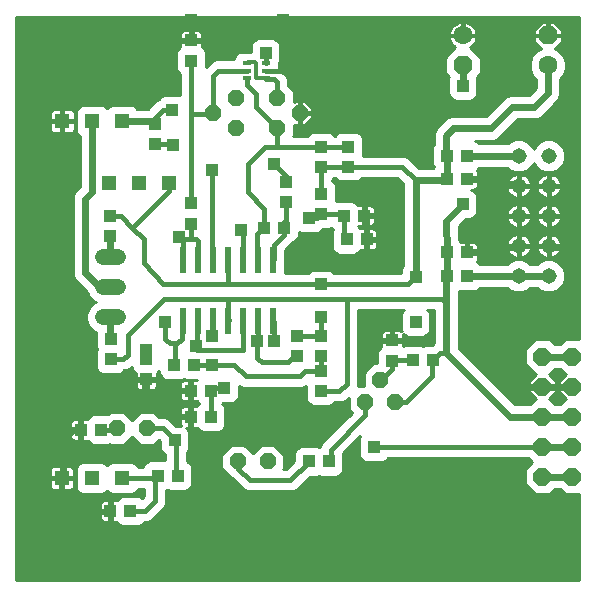
<source format=gtl>
G75*
%MOIN*%
%OFA0B0*%
%FSLAX24Y24*%
%IPPOS*%
%LPD*%
%AMOC8*
5,1,8,0,0,1.08239X$1,22.5*
%
%ADD10R,0.0236X0.0866*%
%ADD11R,0.0515X0.0515*%
%ADD12R,0.0315X0.0157*%
%ADD13OC8,0.0520*%
%ADD14R,0.0433X0.0394*%
%ADD15C,0.0520*%
%ADD16R,0.0394X0.0433*%
%ADD17C,0.0515*%
%ADD18OC8,0.0600*%
%ADD19OC8,0.0630*%
%ADD20C,0.0630*%
%ADD21R,0.0396X0.0396*%
%ADD22C,0.0160*%
%ADD23C,0.0120*%
%ADD24C,0.0240*%
%ADD25C,0.0100*%
%ADD26R,0.0436X0.0436*%
D10*
X006547Y009338D03*
X007047Y009338D03*
X007547Y009338D03*
X008047Y009338D03*
X008547Y009338D03*
X009047Y009338D03*
X009547Y009338D03*
X009547Y011385D03*
X009047Y011385D03*
X008547Y011385D03*
X008047Y011385D03*
X007547Y011385D03*
X007047Y011385D03*
X006547Y011385D03*
D11*
X006098Y013952D03*
X005098Y013952D03*
X004098Y013952D03*
X004535Y016003D03*
X003535Y016003D03*
X002535Y016003D03*
X002523Y004110D03*
X003523Y004110D03*
X004523Y004110D03*
D12*
X008689Y017436D03*
X008689Y017692D03*
X008689Y017948D03*
X009319Y017948D03*
X009319Y017692D03*
X009319Y017436D03*
D13*
X009700Y016771D03*
X010450Y016271D03*
X009700Y015771D03*
X008319Y015771D03*
X007569Y016271D03*
X008319Y016771D03*
X013130Y007379D03*
X013630Y006629D03*
X012630Y006629D03*
X009378Y004661D03*
X008378Y004661D03*
X005362Y005763D03*
X004362Y005763D03*
D14*
X004153Y008066D03*
X004153Y008736D03*
X006811Y007023D03*
X007480Y007023D03*
X010374Y008184D03*
X010374Y008854D03*
X011161Y008854D03*
X011161Y008184D03*
X011161Y007673D03*
X011161Y007003D03*
X013523Y008027D03*
X013523Y008696D03*
X015354Y011629D03*
X016023Y011629D03*
X016023Y014070D03*
X015354Y014070D03*
X012598Y012850D03*
X011929Y012850D03*
X011161Y012909D03*
X011161Y013578D03*
X012067Y014484D03*
X012067Y015153D03*
X009980Y013972D03*
X009980Y013302D03*
X009921Y012456D03*
X009252Y012456D03*
X006830Y012594D03*
X006830Y013263D03*
X005614Y015232D03*
X005614Y015901D03*
X006830Y018027D03*
X006830Y018696D03*
X004122Y012830D03*
X004122Y012161D03*
D15*
X003877Y011472D02*
X004397Y011472D01*
X004397Y010472D02*
X003877Y010472D01*
X003877Y009472D02*
X004397Y009472D01*
D16*
X005334Y008066D03*
X005334Y007397D03*
X006260Y007889D03*
X006929Y007889D03*
X006811Y006157D03*
X007480Y006157D03*
X006378Y004188D03*
X005708Y004188D03*
X004803Y003007D03*
X004134Y003007D03*
X003819Y005724D03*
X003149Y005724D03*
X010748Y004661D03*
X011417Y004661D03*
X014212Y008047D03*
X014882Y008047D03*
X015354Y010842D03*
X016023Y010842D03*
X012677Y012062D03*
X012008Y012062D03*
X011161Y014484D03*
X011161Y015153D03*
X015354Y014858D03*
X016023Y014858D03*
D17*
X017748Y014850D03*
X018748Y014850D03*
X018748Y013850D03*
X017748Y013850D03*
X017748Y012850D03*
X018748Y012850D03*
X018748Y011850D03*
X018748Y010850D03*
X017748Y010850D03*
X017748Y011850D03*
D18*
X018535Y008157D03*
X019535Y008157D03*
X019535Y007157D03*
X018535Y007157D03*
X018535Y006157D03*
X019535Y006157D03*
X019535Y005157D03*
X018535Y005157D03*
X018535Y004157D03*
X019535Y004157D03*
D19*
X015886Y017862D03*
X018720Y018862D03*
D20*
X018720Y017862D03*
X015886Y018862D03*
D21*
X015886Y017180D03*
X015886Y013243D03*
X014311Y010802D03*
X014311Y009306D03*
X013523Y009306D03*
X011161Y009464D03*
X011161Y010566D03*
X009586Y008676D03*
X009035Y008676D03*
X007539Y008834D03*
X006988Y008519D03*
X007539Y007889D03*
X007933Y007102D03*
X006279Y005369D03*
X005334Y008362D03*
X005964Y009306D03*
X006437Y012141D03*
X008484Y012377D03*
X007539Y014385D03*
X006240Y015212D03*
X006200Y016393D03*
X006830Y019385D03*
X009311Y018283D03*
X009901Y019385D03*
X009586Y014582D03*
X010767Y012771D03*
X013208Y012850D03*
D22*
X012598Y012850D01*
X012677Y012771D01*
X012677Y012062D01*
X012008Y012062D02*
X011929Y012141D01*
X011929Y012850D01*
X011870Y012909D01*
X011161Y012909D01*
X011023Y012771D01*
X010767Y012771D01*
X009980Y012692D02*
X009921Y012633D01*
X009921Y012456D01*
X009921Y012200D01*
X009586Y011865D01*
X009586Y011425D01*
X009547Y011385D01*
X009047Y011385D02*
X009035Y011397D01*
X009035Y012259D01*
X009232Y012456D01*
X009252Y012456D01*
X009271Y012476D01*
X009271Y013086D01*
X008720Y013637D01*
X008720Y014582D01*
X009291Y015153D01*
X009689Y015153D01*
X009700Y015771D01*
X009697Y015771D01*
X008996Y016472D01*
X008996Y016905D01*
X008681Y017220D01*
X008681Y017428D01*
X008689Y017436D01*
X008689Y017692D02*
X007736Y017692D01*
X007569Y017525D01*
X007569Y016271D01*
X007533Y016236D01*
X006830Y016236D01*
X006830Y013263D01*
X006830Y012594D02*
X006830Y012062D01*
X006594Y012062D01*
X006437Y012141D01*
X006547Y012015D02*
X006594Y012062D01*
X006547Y012015D02*
X006547Y011385D01*
X007047Y011385D02*
X007047Y012003D01*
X006988Y012062D01*
X006830Y012062D01*
X007539Y011393D02*
X007547Y011385D01*
X007539Y011393D02*
X007539Y014385D01*
X006240Y015212D02*
X006220Y015232D01*
X005614Y015232D01*
X005614Y015901D02*
X005614Y016121D01*
X005886Y016393D01*
X006200Y016393D01*
X006830Y016236D02*
X006830Y018027D01*
X006830Y018696D02*
X006830Y019385D01*
X009311Y018283D02*
X009311Y017956D01*
X009319Y017948D01*
X009319Y017692D02*
X009941Y017692D01*
X009941Y019425D01*
X009901Y019385D01*
X009941Y017692D02*
X010450Y017182D01*
X010450Y016271D01*
X009700Y016771D02*
X009700Y017302D01*
X009586Y017417D01*
X009338Y017417D01*
X009319Y017436D01*
X009689Y015153D02*
X011161Y015153D01*
X012067Y015153D01*
X012067Y014484D02*
X013858Y014484D01*
X014311Y014031D01*
X012067Y014484D02*
X011161Y014484D01*
X011161Y013578D01*
X009980Y013302D02*
X009980Y012692D01*
X009980Y013972D02*
X009980Y014188D01*
X009586Y014582D01*
X008484Y012377D02*
X008547Y012314D01*
X008547Y011385D01*
X008047Y011385D02*
X008047Y010610D01*
X008090Y010566D01*
X011161Y010566D01*
X014074Y010566D01*
X014311Y010802D01*
X015177Y010094D02*
X015334Y009936D01*
X015177Y010094D02*
X012027Y010094D01*
X012027Y007259D01*
X011771Y007003D01*
X011161Y007003D01*
X010630Y007673D02*
X010452Y007495D01*
X008641Y007495D01*
X008248Y007889D01*
X007539Y007889D01*
X006929Y007889D01*
X007027Y008362D02*
X007067Y008637D01*
X006988Y008519D01*
X007067Y008637D02*
X007027Y008676D01*
X007027Y009318D01*
X007047Y009338D01*
X007539Y009330D02*
X007539Y008834D01*
X007027Y008362D02*
X008563Y008362D01*
X008563Y008991D01*
X008547Y009007D01*
X008547Y009338D01*
X008090Y009373D02*
X008047Y009338D01*
X008047Y010058D01*
X008011Y010094D01*
X005925Y010094D01*
X004724Y008893D01*
X004724Y008224D01*
X004567Y008066D01*
X004153Y008066D01*
X005256Y007318D02*
X005256Y007023D01*
X006811Y007023D01*
X006811Y006157D01*
X007480Y006157D02*
X007480Y007023D01*
X007559Y007102D01*
X007933Y007102D01*
X009035Y008125D02*
X009035Y008676D01*
X009047Y008688D01*
X009047Y009338D01*
X009547Y009338D02*
X009586Y009299D01*
X009586Y008676D01*
X009035Y008125D02*
X009193Y007968D01*
X010059Y007968D01*
X010275Y008184D01*
X010374Y008184D01*
X010630Y007673D02*
X011161Y007673D01*
X011161Y008184D01*
X011161Y008854D02*
X010374Y008854D01*
X011161Y008854D02*
X011161Y009464D01*
X012027Y010094D02*
X008011Y010094D01*
X008090Y010566D02*
X005886Y010566D01*
X005256Y011275D01*
X005256Y012062D01*
X004862Y012456D01*
X006098Y013692D01*
X006098Y013952D01*
X004862Y012456D02*
X004488Y012830D01*
X004122Y012830D01*
X002535Y016003D02*
X002535Y007617D01*
X003130Y007023D01*
X003130Y005743D01*
X003149Y005724D01*
X002933Y005724D01*
X002578Y005369D01*
X002578Y004165D01*
X002523Y004110D01*
X002500Y004086D01*
X002500Y003007D01*
X004134Y003007D01*
X004803Y003007D02*
X005287Y003007D01*
X005631Y003351D01*
X005631Y004111D01*
X005708Y004188D01*
X005630Y004110D01*
X004523Y004110D01*
X004323Y005724D02*
X003819Y005724D01*
X004323Y005724D02*
X004362Y005763D01*
X005362Y005763D02*
X005886Y005763D01*
X006279Y005369D01*
X006319Y005330D01*
X006319Y004247D01*
X006378Y004188D01*
X008405Y004425D02*
X008405Y004633D01*
X008378Y004661D01*
X008405Y004425D02*
X008799Y004031D01*
X010137Y004031D01*
X010748Y004641D01*
X010748Y004661D01*
X011417Y004661D02*
X011476Y004720D01*
X011476Y005054D01*
X012630Y006208D01*
X012630Y006629D01*
X013130Y007379D02*
X013171Y007379D01*
X013523Y007732D01*
X013523Y008027D01*
X013543Y008047D01*
X014212Y008047D01*
X014862Y008027D02*
X014862Y007495D01*
X013996Y006629D01*
X013630Y006629D01*
X014862Y008027D02*
X014882Y008047D01*
X015118Y008283D01*
X015334Y008283D01*
X013523Y008696D02*
X013523Y009306D01*
X012937Y005157D02*
X012931Y005151D01*
X012937Y005157D02*
X018535Y005157D01*
X008047Y011385D02*
X008011Y011350D01*
X007547Y009338D02*
X007539Y009330D01*
X006547Y009338D02*
X006515Y009306D01*
X006515Y008755D01*
X006358Y008598D01*
X006279Y008598D01*
X006279Y007909D01*
X006260Y007889D01*
X006279Y008598D02*
X006122Y008598D01*
X005964Y008755D01*
X005964Y009306D01*
X005334Y008362D02*
X005334Y008066D01*
X005334Y007397D02*
X005256Y007318D01*
X005256Y007023D02*
X003130Y007023D01*
D23*
X009015Y017436D02*
X008996Y017456D01*
X008996Y017928D01*
X008956Y017968D01*
X008708Y017968D01*
X008689Y017948D01*
X009015Y017436D02*
X009319Y017436D01*
D24*
X005614Y015901D02*
X005393Y016003D01*
X004535Y016003D01*
X003535Y016003D02*
X003523Y015991D01*
X003523Y013637D01*
X003287Y013401D01*
X003287Y010960D01*
X003775Y010472D01*
X004137Y010472D01*
X004137Y011472D02*
X004137Y012145D01*
X004122Y012161D01*
X004137Y009472D02*
X004137Y008751D01*
X004153Y008736D01*
X014311Y010802D02*
X014311Y014031D01*
X015315Y014031D01*
X015354Y014070D01*
X015354Y014858D01*
X015334Y014858D01*
X015334Y015527D01*
X015571Y015763D01*
X016830Y015763D01*
X017539Y016472D01*
X018248Y016472D01*
X018720Y016944D01*
X018720Y017862D01*
X015886Y017862D02*
X015886Y017180D01*
X016023Y014858D02*
X017748Y014858D01*
X017748Y014850D01*
X016988Y014070D02*
X016988Y013913D01*
X017748Y013913D01*
X017748Y013850D01*
X016988Y014070D02*
X016023Y014070D01*
X015886Y013243D02*
X015334Y012692D01*
X015354Y011629D01*
X015354Y010842D01*
X015334Y010822D01*
X015334Y009936D01*
X015334Y008283D01*
X017460Y006157D01*
X018535Y006157D01*
X019535Y006157D01*
X019535Y007157D02*
X018535Y007157D01*
X017641Y007157D01*
X017067Y007732D01*
X017067Y009070D01*
X017539Y009543D01*
X019271Y009543D01*
X019665Y010015D01*
X019665Y011432D01*
X019350Y011826D01*
X018771Y011826D01*
X018748Y011850D01*
X018748Y010850D02*
X017748Y010850D01*
X017748Y010842D01*
X016023Y010842D01*
X016023Y011629D02*
X016988Y011629D01*
X016988Y011826D01*
X017748Y011826D01*
X017748Y011850D01*
X018535Y008157D02*
X019535Y008157D01*
X019535Y005157D02*
X018535Y005157D01*
X018535Y004157D02*
X019535Y004157D01*
D25*
X000981Y000701D02*
X000981Y019486D01*
X019766Y019486D01*
X019766Y008747D01*
X019291Y008747D01*
X019111Y008567D01*
X018960Y008567D01*
X018780Y008747D01*
X018291Y008747D01*
X017945Y008401D01*
X017945Y007912D01*
X018291Y007567D01*
X018309Y007567D01*
X018085Y007343D01*
X018085Y007207D01*
X018485Y007207D01*
X018485Y007107D01*
X018085Y007107D01*
X018085Y006970D01*
X018309Y006747D01*
X018291Y006747D01*
X018111Y006567D01*
X017630Y006567D01*
X015744Y008453D01*
X015744Y010345D01*
X015769Y010335D01*
X016278Y010335D01*
X016384Y010379D01*
X016437Y010432D01*
X017391Y010432D01*
X017438Y010386D01*
X017639Y010302D01*
X017857Y010302D01*
X018058Y010386D01*
X018112Y010440D01*
X018383Y010440D01*
X018438Y010386D01*
X018639Y010302D01*
X018857Y010302D01*
X019058Y010386D01*
X019212Y010540D01*
X019295Y010741D01*
X019295Y010959D01*
X019212Y011160D01*
X019058Y011314D01*
X018857Y011397D01*
X018639Y011397D01*
X018438Y011314D01*
X018383Y011260D01*
X018112Y011260D01*
X018058Y011314D01*
X017857Y011397D01*
X017639Y011397D01*
X017438Y011314D01*
X017376Y011252D01*
X016437Y011252D01*
X016384Y011304D01*
X016342Y011322D01*
X016360Y011340D01*
X016380Y011374D01*
X016390Y011413D01*
X016390Y011581D01*
X016072Y011581D01*
X016072Y011678D01*
X015975Y011678D01*
X015975Y011976D01*
X015822Y011976D01*
X015816Y011990D01*
X015756Y012050D01*
X015747Y012526D01*
X015977Y012755D01*
X016141Y012755D01*
X016248Y012799D01*
X016329Y012881D01*
X016374Y012988D01*
X016374Y013499D01*
X016329Y013606D01*
X016248Y013687D01*
X016161Y013723D01*
X016260Y013723D01*
X016298Y013734D01*
X016332Y013753D01*
X016360Y013781D01*
X016380Y013815D01*
X016390Y013854D01*
X016390Y014022D01*
X016072Y014022D01*
X016072Y014119D01*
X016390Y014119D01*
X016390Y014287D01*
X016380Y014325D01*
X016360Y014359D01*
X016342Y014377D01*
X016384Y014395D01*
X016437Y014448D01*
X017376Y014448D01*
X017438Y014386D01*
X017639Y014302D01*
X017857Y014302D01*
X018058Y014386D01*
X018212Y014540D01*
X018248Y014626D01*
X018284Y014540D01*
X018438Y014386D01*
X018639Y014302D01*
X018857Y014302D01*
X019058Y014386D01*
X019212Y014540D01*
X019295Y014741D01*
X019295Y014959D01*
X019212Y015160D01*
X019058Y015314D01*
X018857Y015397D01*
X018639Y015397D01*
X018438Y015314D01*
X018284Y015160D01*
X018248Y015073D01*
X018212Y015160D01*
X018058Y015314D01*
X017857Y015397D01*
X017639Y015397D01*
X017438Y015314D01*
X017391Y015268D01*
X016437Y015268D01*
X016384Y015320D01*
X016304Y015353D01*
X016912Y015353D01*
X017063Y015416D01*
X017709Y016062D01*
X018329Y016062D01*
X018480Y016124D01*
X018952Y016597D01*
X019068Y016712D01*
X019130Y016863D01*
X019130Y017416D01*
X019233Y017519D01*
X019325Y017741D01*
X019325Y017982D01*
X019233Y018204D01*
X019063Y018374D01*
X018941Y018425D01*
X019185Y018669D01*
X019185Y018832D01*
X018750Y018832D01*
X018750Y018892D01*
X018690Y018892D01*
X018690Y019327D01*
X018528Y019327D01*
X018255Y019054D01*
X018255Y018892D01*
X018690Y018892D01*
X018690Y018832D01*
X018255Y018832D01*
X018255Y018669D01*
X018499Y018425D01*
X018377Y018374D01*
X018207Y018204D01*
X018115Y017982D01*
X018115Y017741D01*
X018207Y017519D01*
X018310Y017416D01*
X018310Y017114D01*
X018078Y016882D01*
X017458Y016882D01*
X017307Y016819D01*
X017191Y016704D01*
X016661Y016173D01*
X015489Y016173D01*
X015338Y016111D01*
X015223Y015995D01*
X014987Y015759D01*
X014924Y015608D01*
X014924Y015251D01*
X014911Y015238D01*
X014867Y015132D01*
X014867Y014583D01*
X014911Y014477D01*
X014924Y014464D01*
X014901Y014441D01*
X014424Y014441D01*
X014068Y014797D01*
X013932Y014854D01*
X012555Y014854D01*
X012573Y014898D01*
X012573Y015407D01*
X012529Y015514D01*
X012447Y015596D01*
X012341Y015640D01*
X011792Y015640D01*
X011686Y015596D01*
X011613Y015523D01*
X011608Y015523D01*
X011604Y015534D01*
X011522Y015615D01*
X011416Y015659D01*
X010907Y015659D01*
X010800Y015615D01*
X010718Y015534D01*
X010714Y015523D01*
X010230Y015523D01*
X010250Y015543D01*
X010250Y015891D01*
X010281Y015861D01*
X010420Y015861D01*
X010420Y016241D01*
X010480Y016241D01*
X010480Y015861D01*
X010620Y015861D01*
X010860Y016101D01*
X010860Y016241D01*
X010480Y016241D01*
X010480Y016301D01*
X010420Y016301D01*
X010420Y016681D01*
X010281Y016681D01*
X010250Y016651D01*
X010250Y016999D01*
X010070Y017179D01*
X010070Y017376D01*
X010014Y017512D01*
X009900Y017626D01*
X009796Y017730D01*
X009742Y017753D01*
X009766Y017812D01*
X009766Y017948D01*
X009799Y018027D01*
X009799Y018539D01*
X009755Y018645D01*
X009673Y018727D01*
X009567Y018771D01*
X009055Y018771D01*
X008948Y018727D01*
X008867Y018645D01*
X008823Y018539D01*
X008823Y018318D01*
X008639Y018318D01*
X008636Y018317D01*
X008473Y018317D01*
X008367Y018273D01*
X008285Y018191D01*
X008241Y018085D01*
X008241Y018062D01*
X007662Y018062D01*
X007526Y018006D01*
X007422Y017902D01*
X007337Y017817D01*
X007337Y018281D01*
X007293Y018388D01*
X007211Y018470D01*
X007196Y018476D01*
X007197Y018480D01*
X007197Y018648D01*
X006879Y018648D01*
X006879Y018745D01*
X006782Y018745D01*
X006782Y019043D01*
X006594Y019043D01*
X006556Y019033D01*
X006522Y019013D01*
X006494Y018985D01*
X006474Y018951D01*
X006464Y018913D01*
X006464Y018745D01*
X006782Y018745D01*
X006782Y018648D01*
X006464Y018648D01*
X006464Y018480D01*
X006465Y018476D01*
X006450Y018470D01*
X006368Y018388D01*
X006324Y018281D01*
X006324Y017772D01*
X006368Y017666D01*
X006450Y017584D01*
X006460Y017580D01*
X006460Y016879D01*
X006456Y016881D01*
X005945Y016881D01*
X005838Y016837D01*
X005757Y016755D01*
X005749Y016737D01*
X005676Y016707D01*
X005572Y016603D01*
X005383Y016414D01*
X005329Y016416D01*
X005321Y016413D01*
X005043Y016413D01*
X005038Y016425D01*
X004957Y016507D01*
X004850Y016551D01*
X004220Y016551D01*
X004113Y016507D01*
X004035Y016428D01*
X003957Y016507D01*
X003850Y016551D01*
X003220Y016551D01*
X003113Y016507D01*
X003032Y016425D01*
X002988Y016318D01*
X002988Y015688D01*
X003032Y015581D01*
X003113Y015500D01*
X003113Y013807D01*
X002940Y013633D01*
X002877Y013482D01*
X002877Y010878D01*
X002940Y010728D01*
X003055Y010612D01*
X003343Y010324D01*
X003411Y010160D01*
X003566Y010005D01*
X003647Y009972D01*
X003566Y009938D01*
X003411Y009783D01*
X003327Y009581D01*
X003327Y009362D01*
X003411Y009160D01*
X003566Y009005D01*
X003647Y008972D01*
X003647Y008481D01*
X003680Y008401D01*
X003647Y008321D01*
X003647Y007812D01*
X003691Y007705D01*
X003772Y007624D01*
X003879Y007579D01*
X004427Y007579D01*
X004534Y007624D01*
X004607Y007696D01*
X004640Y007696D01*
X004776Y007753D01*
X004847Y007824D01*
X004847Y007792D01*
X004892Y007685D01*
X004973Y007604D01*
X004987Y007598D01*
X004987Y007445D01*
X005286Y007445D01*
X005286Y007349D01*
X004987Y007349D01*
X004987Y007161D01*
X004998Y007123D01*
X005017Y007088D01*
X005045Y007060D01*
X005080Y007041D01*
X005118Y007030D01*
X005286Y007030D01*
X005286Y007349D01*
X005383Y007349D01*
X005383Y007445D01*
X005681Y007445D01*
X005681Y007598D01*
X005695Y007604D01*
X005773Y007681D01*
X005773Y007615D01*
X005817Y007508D01*
X005898Y007427D01*
X006005Y007383D01*
X006514Y007383D01*
X006594Y007416D01*
X006674Y007383D01*
X007017Y007383D01*
X007012Y007370D01*
X006859Y007370D01*
X006859Y007071D01*
X006762Y007071D01*
X006762Y006975D01*
X006444Y006975D01*
X006444Y006806D01*
X006454Y006768D01*
X006474Y006734D01*
X006502Y006706D01*
X006536Y006686D01*
X006574Y006676D01*
X006762Y006676D01*
X006762Y006974D01*
X006859Y006974D01*
X006859Y006676D01*
X007012Y006676D01*
X007018Y006662D01*
X007090Y006590D01*
X007037Y006538D01*
X007031Y006522D01*
X007027Y006523D01*
X006859Y006523D01*
X006859Y006205D01*
X006762Y006205D01*
X006762Y006108D01*
X006859Y006108D01*
X006859Y005790D01*
X007027Y005790D01*
X007031Y005791D01*
X007037Y005776D01*
X007119Y005694D01*
X007225Y005650D01*
X007735Y005650D01*
X007841Y005694D01*
X007923Y005776D01*
X007967Y005883D01*
X007967Y006431D01*
X007923Y006538D01*
X007870Y006590D01*
X007894Y006614D01*
X008189Y006614D01*
X008295Y006658D01*
X008377Y006739D01*
X008421Y006846D01*
X008421Y007193D01*
X008432Y007182D01*
X008568Y007125D01*
X010526Y007125D01*
X010655Y007179D01*
X010655Y006749D01*
X010699Y006642D01*
X010780Y006561D01*
X010887Y006516D01*
X011435Y006516D01*
X011542Y006561D01*
X011615Y006633D01*
X011845Y006633D01*
X011981Y006690D01*
X012080Y006788D01*
X012080Y006401D01*
X012190Y006291D01*
X011266Y005368D01*
X011162Y005264D01*
X011114Y005147D01*
X011082Y005134D01*
X011002Y005167D01*
X010493Y005167D01*
X010387Y005123D01*
X010305Y005042D01*
X010261Y004935D01*
X010261Y004677D01*
X009984Y004401D01*
X009896Y004401D01*
X009928Y004433D01*
X009928Y004889D01*
X009605Y005211D01*
X009150Y005211D01*
X008878Y004939D01*
X008605Y005211D01*
X008150Y005211D01*
X007828Y004889D01*
X007828Y004433D01*
X008150Y004111D01*
X008196Y004111D01*
X008589Y003717D01*
X008725Y003661D01*
X010211Y003661D01*
X010347Y003717D01*
X010451Y003821D01*
X010784Y004154D01*
X011002Y004154D01*
X011082Y004187D01*
X011162Y004154D01*
X011672Y004154D01*
X011778Y004198D01*
X011860Y004280D01*
X011904Y004387D01*
X011904Y004935D01*
X011897Y004952D01*
X012460Y005515D01*
X012423Y005427D01*
X012423Y004876D01*
X012468Y004769D01*
X012549Y004688D01*
X012656Y004643D01*
X013207Y004643D01*
X013313Y004688D01*
X013395Y004769D01*
X013402Y004787D01*
X018071Y004787D01*
X018201Y004657D01*
X017945Y004401D01*
X017945Y003912D01*
X018291Y003567D01*
X018780Y003567D01*
X018960Y003747D01*
X019111Y003747D01*
X019291Y003567D01*
X019766Y003567D01*
X019766Y000701D01*
X000981Y000701D01*
X000981Y000744D02*
X019766Y000744D01*
X019766Y000842D02*
X000981Y000842D01*
X000981Y000941D02*
X019766Y000941D01*
X019766Y001039D02*
X000981Y001039D01*
X000981Y001138D02*
X019766Y001138D01*
X019766Y001236D02*
X000981Y001236D01*
X000981Y001335D02*
X019766Y001335D01*
X019766Y001433D02*
X000981Y001433D01*
X000981Y001532D02*
X019766Y001532D01*
X019766Y001630D02*
X000981Y001630D01*
X000981Y001729D02*
X019766Y001729D01*
X019766Y001827D02*
X000981Y001827D01*
X000981Y001926D02*
X019766Y001926D01*
X019766Y002024D02*
X000981Y002024D01*
X000981Y002123D02*
X019766Y002123D01*
X019766Y002221D02*
X000981Y002221D01*
X000981Y002320D02*
X019766Y002320D01*
X019766Y002418D02*
X000981Y002418D01*
X000981Y002517D02*
X004509Y002517D01*
X004548Y002501D02*
X005057Y002501D01*
X005164Y002545D01*
X005246Y002626D01*
X005250Y002637D01*
X005361Y002637D01*
X005497Y002694D01*
X005841Y003038D01*
X005945Y003142D01*
X006001Y003278D01*
X006001Y003698D01*
X006043Y003715D01*
X006123Y003682D01*
X006632Y003682D01*
X006739Y003726D01*
X006820Y003807D01*
X006864Y003914D01*
X006864Y004463D01*
X006820Y004569D01*
X006739Y004651D01*
X006689Y004671D01*
X006689Y004972D01*
X006723Y005007D01*
X006767Y005114D01*
X006767Y005625D01*
X006723Y005732D01*
X006665Y005790D01*
X006762Y005790D01*
X006762Y006108D01*
X006464Y006108D01*
X006464Y005921D01*
X006474Y005882D01*
X006488Y005857D01*
X006314Y005857D01*
X006095Y006077D01*
X005959Y006133D01*
X005770Y006133D01*
X005590Y006313D01*
X005134Y006313D01*
X004862Y006041D01*
X004590Y006313D01*
X004134Y006313D01*
X004051Y006230D01*
X003564Y006230D01*
X003457Y006186D01*
X003376Y006105D01*
X003370Y006089D01*
X003366Y006090D01*
X003198Y006090D01*
X003198Y005772D01*
X003101Y005772D01*
X003101Y005675D01*
X003198Y005675D01*
X003198Y005357D01*
X003366Y005357D01*
X003370Y005358D01*
X003376Y005343D01*
X003457Y005261D01*
X003564Y005217D01*
X004073Y005217D01*
X004113Y005234D01*
X004134Y005213D01*
X004590Y005213D01*
X004862Y005485D01*
X005134Y005213D01*
X005590Y005213D01*
X005751Y005374D01*
X005791Y005334D01*
X005791Y005114D01*
X005835Y005007D01*
X005917Y004925D01*
X005949Y004912D01*
X005949Y004695D01*
X005454Y004695D01*
X005347Y004651D01*
X005266Y004569D01*
X005229Y004480D01*
X005048Y004480D01*
X005027Y004531D01*
X004945Y004613D01*
X004838Y004657D01*
X004208Y004657D01*
X004102Y004613D01*
X004023Y004535D01*
X003945Y004613D01*
X003838Y004657D01*
X003208Y004657D01*
X003102Y004613D01*
X003020Y004531D01*
X002976Y004425D01*
X002976Y003794D01*
X003020Y003688D01*
X003102Y003606D01*
X003208Y003562D01*
X003838Y003562D01*
X003945Y003606D01*
X004023Y003684D01*
X004102Y003606D01*
X004208Y003562D01*
X004838Y003562D01*
X004945Y003606D01*
X005027Y003688D01*
X005048Y003740D01*
X005261Y003740D01*
X005261Y003505D01*
X005195Y003438D01*
X005164Y003470D01*
X005057Y003514D01*
X004548Y003514D01*
X004442Y003470D01*
X004360Y003388D01*
X004354Y003373D01*
X004350Y003374D01*
X004182Y003374D01*
X004182Y003056D01*
X004085Y003056D01*
X004085Y003374D01*
X003917Y003374D01*
X003879Y003363D01*
X003845Y003344D01*
X003817Y003316D01*
X003797Y003282D01*
X003787Y003243D01*
X003787Y003056D01*
X004085Y003056D01*
X004085Y002959D01*
X003787Y002959D01*
X003787Y002771D01*
X003797Y002733D01*
X003817Y002699D01*
X003845Y002671D01*
X003879Y002651D01*
X003917Y002641D01*
X004085Y002641D01*
X004085Y002959D01*
X004182Y002959D01*
X004182Y002641D01*
X004350Y002641D01*
X004354Y002642D01*
X004360Y002626D01*
X004442Y002545D01*
X004548Y002501D01*
X004371Y002615D02*
X000981Y002615D01*
X000981Y002714D02*
X003808Y002714D01*
X003787Y002812D02*
X000981Y002812D01*
X000981Y002911D02*
X003787Y002911D01*
X003787Y003108D02*
X000981Y003108D01*
X000981Y003206D02*
X003787Y003206D01*
X003810Y003305D02*
X000981Y003305D01*
X000981Y003403D02*
X004375Y003403D01*
X004519Y003502D02*
X000981Y003502D01*
X000981Y003600D02*
X003116Y003600D01*
X003015Y003699D02*
X000981Y003699D01*
X000981Y003797D02*
X002125Y003797D01*
X002126Y003794D02*
X002146Y003760D01*
X002174Y003732D01*
X002208Y003712D01*
X002246Y003702D01*
X002495Y003702D01*
X002495Y004081D01*
X002552Y004081D01*
X002552Y004138D01*
X002931Y004138D01*
X002931Y004387D01*
X002921Y004425D01*
X002901Y004459D01*
X002873Y004487D01*
X002839Y004507D01*
X002801Y004517D01*
X002552Y004517D01*
X002552Y004138D01*
X002495Y004138D01*
X002495Y004081D01*
X002116Y004081D01*
X002116Y003832D01*
X002126Y003794D01*
X002116Y003896D02*
X000981Y003896D01*
X000981Y003994D02*
X002116Y003994D01*
X002116Y004138D02*
X002495Y004138D01*
X002495Y004517D01*
X002246Y004517D01*
X002208Y004507D01*
X002174Y004487D01*
X002146Y004459D01*
X002126Y004425D01*
X002116Y004387D01*
X002116Y004138D01*
X002116Y004191D02*
X000981Y004191D01*
X000981Y004093D02*
X002495Y004093D01*
X002552Y004093D02*
X002976Y004093D01*
X002931Y004081D02*
X002552Y004081D01*
X002552Y003702D01*
X002801Y003702D01*
X002839Y003712D01*
X002873Y003732D01*
X002901Y003760D01*
X002921Y003794D01*
X002931Y003832D01*
X002931Y004081D01*
X002931Y003994D02*
X002976Y003994D01*
X002976Y003896D02*
X002931Y003896D01*
X002921Y003797D02*
X002976Y003797D01*
X002976Y004191D02*
X002931Y004191D01*
X002931Y004290D02*
X002976Y004290D01*
X002976Y004388D02*
X002930Y004388D01*
X002873Y004487D02*
X003002Y004487D01*
X003074Y004585D02*
X000981Y004585D01*
X000981Y004487D02*
X002173Y004487D01*
X002116Y004388D02*
X000981Y004388D01*
X000981Y004290D02*
X002116Y004290D01*
X002495Y004290D02*
X002552Y004290D01*
X002552Y004388D02*
X002495Y004388D01*
X002495Y004487D02*
X002552Y004487D01*
X002552Y004191D02*
X002495Y004191D01*
X002495Y003994D02*
X002552Y003994D01*
X002552Y003896D02*
X002495Y003896D01*
X002495Y003797D02*
X002552Y003797D01*
X003931Y003600D02*
X004116Y003600D01*
X004085Y003305D02*
X004182Y003305D01*
X004182Y003206D02*
X004085Y003206D01*
X004085Y003108D02*
X004182Y003108D01*
X004085Y003009D02*
X000981Y003009D01*
X000981Y004684D02*
X005427Y004684D01*
X005282Y004585D02*
X004973Y004585D01*
X005045Y004487D02*
X005232Y004487D01*
X005863Y004979D02*
X000981Y004979D01*
X000981Y004881D02*
X005949Y004881D01*
X005949Y004782D02*
X000981Y004782D01*
X000981Y005078D02*
X005806Y005078D01*
X005791Y005176D02*
X000981Y005176D01*
X000981Y005275D02*
X003444Y005275D01*
X003198Y005373D02*
X003101Y005373D01*
X003101Y005357D02*
X003101Y005675D01*
X002802Y005675D01*
X002802Y005487D01*
X002813Y005449D01*
X002832Y005415D01*
X002860Y005387D01*
X002895Y005367D01*
X002933Y005357D01*
X003101Y005357D01*
X003101Y005472D02*
X003198Y005472D01*
X003198Y005570D02*
X003101Y005570D01*
X003101Y005669D02*
X003198Y005669D01*
X003101Y005767D02*
X000981Y005767D01*
X000981Y005669D02*
X002802Y005669D01*
X002802Y005570D02*
X000981Y005570D01*
X000981Y005472D02*
X002807Y005472D01*
X002884Y005373D02*
X000981Y005373D01*
X000981Y005866D02*
X002802Y005866D01*
X002802Y005960D02*
X002802Y005772D01*
X003101Y005772D01*
X003101Y006090D01*
X002933Y006090D01*
X002895Y006080D01*
X002860Y006060D01*
X002832Y006032D01*
X002813Y005998D01*
X002802Y005960D01*
X002804Y005964D02*
X000981Y005964D01*
X000981Y006063D02*
X002865Y006063D01*
X003101Y006063D02*
X003198Y006063D01*
X003198Y005964D02*
X003101Y005964D01*
X003101Y005866D02*
X003198Y005866D01*
X003433Y006161D02*
X000981Y006161D01*
X000981Y006260D02*
X004081Y006260D01*
X004643Y006260D02*
X005081Y006260D01*
X004982Y006161D02*
X004742Y006161D01*
X004840Y006063D02*
X004884Y006063D01*
X004875Y005472D02*
X004848Y005472D01*
X004750Y005373D02*
X004974Y005373D01*
X005072Y005275D02*
X004651Y005275D01*
X004074Y004585D02*
X003973Y004585D01*
X004931Y003600D02*
X005261Y003600D01*
X005258Y003502D02*
X005086Y003502D01*
X005031Y003699D02*
X005261Y003699D01*
X005911Y003108D02*
X019766Y003108D01*
X019766Y003206D02*
X005972Y003206D01*
X006001Y003305D02*
X019766Y003305D01*
X019766Y003403D02*
X006001Y003403D01*
X006001Y003502D02*
X019766Y003502D01*
X019257Y003600D02*
X018813Y003600D01*
X018911Y003699D02*
X019159Y003699D01*
X018257Y003600D02*
X006001Y003600D01*
X006004Y003699D02*
X006082Y003699D01*
X006673Y003699D02*
X008634Y003699D01*
X008509Y003797D02*
X006810Y003797D01*
X006857Y003896D02*
X008411Y003896D01*
X008312Y003994D02*
X006864Y003994D01*
X006864Y004093D02*
X008214Y004093D01*
X008069Y004191D02*
X006864Y004191D01*
X006864Y004290D02*
X007971Y004290D01*
X007872Y004388D02*
X006864Y004388D01*
X006854Y004487D02*
X007828Y004487D01*
X007828Y004585D02*
X006804Y004585D01*
X006689Y004684D02*
X007828Y004684D01*
X007828Y004782D02*
X006689Y004782D01*
X006689Y004881D02*
X007828Y004881D01*
X007918Y004979D02*
X006695Y004979D01*
X006752Y005078D02*
X008017Y005078D01*
X008115Y005176D02*
X006767Y005176D01*
X006767Y005275D02*
X011173Y005275D01*
X011126Y005176D02*
X009640Y005176D01*
X009738Y005078D02*
X010341Y005078D01*
X010279Y004979D02*
X009837Y004979D01*
X009928Y004881D02*
X010261Y004881D01*
X010261Y004782D02*
X009928Y004782D01*
X009928Y004684D02*
X010261Y004684D01*
X010169Y004585D02*
X009928Y004585D01*
X009928Y004487D02*
X010070Y004487D01*
X010624Y003994D02*
X017945Y003994D01*
X017945Y004093D02*
X010723Y004093D01*
X010526Y003896D02*
X017962Y003896D01*
X018060Y003797D02*
X010427Y003797D01*
X010303Y003699D02*
X018159Y003699D01*
X017945Y004191D02*
X011761Y004191D01*
X011864Y004290D02*
X017945Y004290D01*
X017945Y004388D02*
X011904Y004388D01*
X011904Y004487D02*
X018031Y004487D01*
X018129Y004585D02*
X011904Y004585D01*
X011904Y004684D02*
X012558Y004684D01*
X012462Y004782D02*
X011904Y004782D01*
X011904Y004881D02*
X012423Y004881D01*
X012423Y004979D02*
X011924Y004979D01*
X012023Y005078D02*
X012423Y005078D01*
X012423Y005176D02*
X012121Y005176D01*
X012220Y005275D02*
X012423Y005275D01*
X012423Y005373D02*
X012318Y005373D01*
X012417Y005472D02*
X012442Y005472D01*
X011863Y005964D02*
X007967Y005964D01*
X007960Y005866D02*
X011764Y005866D01*
X011666Y005767D02*
X007914Y005767D01*
X007779Y005669D02*
X011567Y005669D01*
X011469Y005570D02*
X006767Y005570D01*
X006767Y005472D02*
X011370Y005472D01*
X011272Y005373D02*
X006767Y005373D01*
X006749Y005669D02*
X007181Y005669D01*
X007046Y005767D02*
X006688Y005767D01*
X006762Y005866D02*
X006859Y005866D01*
X006859Y005964D02*
X006762Y005964D01*
X006762Y006063D02*
X006859Y006063D01*
X006762Y006161D02*
X005742Y006161D01*
X005643Y006260D02*
X006464Y006260D01*
X006464Y006205D02*
X006464Y006393D01*
X006474Y006431D01*
X006494Y006465D01*
X006522Y006493D01*
X006556Y006513D01*
X006594Y006523D01*
X006762Y006523D01*
X006762Y006205D01*
X006464Y006205D01*
X006464Y006063D02*
X006109Y006063D01*
X006208Y005964D02*
X006464Y005964D01*
X006484Y005866D02*
X006306Y005866D01*
X006464Y006358D02*
X000981Y006358D01*
X000981Y006457D02*
X006489Y006457D01*
X006464Y006752D02*
X000981Y006752D01*
X000981Y006654D02*
X007026Y006654D01*
X007055Y006555D02*
X000981Y006555D01*
X000981Y006851D02*
X006444Y006851D01*
X006444Y006949D02*
X000981Y006949D01*
X000981Y007048D02*
X005067Y007048D01*
X004991Y007146D02*
X000981Y007146D01*
X000981Y007245D02*
X004987Y007245D01*
X004987Y007343D02*
X000981Y007343D01*
X000981Y007442D02*
X005286Y007442D01*
X005383Y007442D02*
X005883Y007442D01*
X005804Y007540D02*
X005681Y007540D01*
X005730Y007639D02*
X005773Y007639D01*
X005681Y007349D02*
X005383Y007349D01*
X005383Y007030D01*
X005551Y007030D01*
X005589Y007041D01*
X005623Y007060D01*
X005651Y007088D01*
X005671Y007123D01*
X005681Y007161D01*
X005681Y007349D01*
X005681Y007343D02*
X006508Y007343D01*
X006502Y007340D02*
X006474Y007312D01*
X006454Y007278D01*
X006444Y007240D01*
X006444Y007071D01*
X006762Y007071D01*
X006762Y007370D01*
X006574Y007370D01*
X006536Y007360D01*
X006502Y007340D01*
X006446Y007245D02*
X005681Y007245D01*
X005677Y007146D02*
X006444Y007146D01*
X006762Y007146D02*
X006859Y007146D01*
X006859Y007245D02*
X006762Y007245D01*
X006762Y007343D02*
X006859Y007343D01*
X006762Y007048D02*
X005601Y007048D01*
X005383Y007048D02*
X005286Y007048D01*
X005286Y007146D02*
X005383Y007146D01*
X005383Y007245D02*
X005286Y007245D01*
X005286Y007343D02*
X005383Y007343D01*
X004987Y007540D02*
X000981Y007540D01*
X000981Y007639D02*
X003757Y007639D01*
X003678Y007737D02*
X000981Y007737D01*
X000981Y007836D02*
X003647Y007836D01*
X003647Y007934D02*
X000981Y007934D01*
X000981Y008033D02*
X003647Y008033D01*
X003647Y008131D02*
X000981Y008131D01*
X000981Y008230D02*
X003647Y008230D01*
X003650Y008328D02*
X000981Y008328D01*
X000981Y008427D02*
X003669Y008427D01*
X003647Y008525D02*
X000981Y008525D01*
X000981Y008624D02*
X003647Y008624D01*
X003647Y008722D02*
X000981Y008722D01*
X000981Y008821D02*
X003647Y008821D01*
X003647Y008919D02*
X000981Y008919D01*
X000981Y009018D02*
X003554Y009018D01*
X003455Y009116D02*
X000981Y009116D01*
X000981Y009215D02*
X003389Y009215D01*
X003348Y009313D02*
X000981Y009313D01*
X000981Y009412D02*
X003327Y009412D01*
X003327Y009510D02*
X000981Y009510D01*
X000981Y009609D02*
X003339Y009609D01*
X003380Y009707D02*
X000981Y009707D01*
X000981Y009806D02*
X003434Y009806D01*
X003532Y009904D02*
X000981Y009904D01*
X000981Y010003D02*
X003572Y010003D01*
X003470Y010101D02*
X000981Y010101D01*
X000981Y010200D02*
X003395Y010200D01*
X003354Y010298D02*
X000981Y010298D01*
X000981Y010397D02*
X003270Y010397D01*
X003172Y010495D02*
X000981Y010495D01*
X000981Y010594D02*
X003073Y010594D01*
X002975Y010692D02*
X000981Y010692D01*
X000981Y010791D02*
X002913Y010791D01*
X002877Y010889D02*
X000981Y010889D01*
X000981Y010988D02*
X002877Y010988D01*
X002877Y011086D02*
X000981Y011086D01*
X000981Y011185D02*
X002877Y011185D01*
X002877Y011283D02*
X000981Y011283D01*
X000981Y011382D02*
X002877Y011382D01*
X002877Y011480D02*
X000981Y011480D01*
X000981Y011579D02*
X002877Y011579D01*
X002877Y011677D02*
X000981Y011677D01*
X000981Y011776D02*
X002877Y011776D01*
X002877Y011874D02*
X000981Y011874D01*
X000981Y011973D02*
X002877Y011973D01*
X002877Y012071D02*
X000981Y012071D01*
X000981Y012170D02*
X002877Y012170D01*
X002877Y012268D02*
X000981Y012268D01*
X000981Y012367D02*
X002877Y012367D01*
X002877Y012465D02*
X000981Y012465D01*
X000981Y012564D02*
X002877Y012564D01*
X002877Y012662D02*
X000981Y012662D01*
X000981Y012761D02*
X002877Y012761D01*
X002877Y012859D02*
X000981Y012859D01*
X000981Y012958D02*
X002877Y012958D01*
X002877Y013056D02*
X000981Y013056D01*
X000981Y013155D02*
X002877Y013155D01*
X002877Y013253D02*
X000981Y013253D01*
X000981Y013352D02*
X002877Y013352D01*
X002877Y013450D02*
X000981Y013450D01*
X000981Y013549D02*
X002905Y013549D01*
X002954Y013647D02*
X000981Y013647D01*
X000981Y013746D02*
X003052Y013746D01*
X003113Y013844D02*
X000981Y013844D01*
X000981Y013943D02*
X003113Y013943D01*
X003113Y014041D02*
X000981Y014041D01*
X000981Y014140D02*
X003113Y014140D01*
X003113Y014238D02*
X000981Y014238D01*
X000981Y014337D02*
X003113Y014337D01*
X003113Y014435D02*
X000981Y014435D01*
X000981Y014534D02*
X003113Y014534D01*
X003113Y014632D02*
X000981Y014632D01*
X000981Y014731D02*
X003113Y014731D01*
X003113Y014829D02*
X000981Y014829D01*
X000981Y014928D02*
X003113Y014928D01*
X003113Y015026D02*
X000981Y015026D01*
X000981Y015125D02*
X003113Y015125D01*
X003113Y015223D02*
X000981Y015223D01*
X000981Y015322D02*
X003113Y015322D01*
X003113Y015420D02*
X000981Y015420D01*
X000981Y015519D02*
X003094Y015519D01*
X003017Y015617D02*
X002870Y015617D01*
X002885Y015626D02*
X002913Y015654D01*
X002932Y015688D01*
X002943Y015726D01*
X002943Y015975D01*
X002564Y015975D01*
X002564Y016032D01*
X002943Y016032D01*
X002943Y016280D01*
X002932Y016319D01*
X002913Y016353D01*
X002885Y016381D01*
X002850Y016401D01*
X002812Y016411D01*
X002564Y016411D01*
X002564Y016032D01*
X002506Y016032D01*
X002506Y015975D01*
X002128Y015975D01*
X002128Y015726D01*
X002138Y015688D01*
X002158Y015654D01*
X002186Y015626D01*
X002220Y015606D01*
X002258Y015596D01*
X002506Y015596D01*
X002506Y015974D01*
X002564Y015974D01*
X002564Y015596D01*
X002812Y015596D01*
X002850Y015606D01*
X002885Y015626D01*
X002940Y015716D02*
X002988Y015716D01*
X002988Y015814D02*
X002943Y015814D01*
X002943Y015913D02*
X002988Y015913D01*
X002988Y016011D02*
X002564Y016011D01*
X002506Y016011D02*
X000981Y016011D01*
X000981Y015913D02*
X002128Y015913D01*
X002128Y015814D02*
X000981Y015814D01*
X000981Y015716D02*
X002130Y015716D01*
X002200Y015617D02*
X000981Y015617D01*
X000981Y016110D02*
X002128Y016110D01*
X002128Y016032D02*
X002506Y016032D01*
X002506Y016411D01*
X002258Y016411D01*
X002220Y016401D01*
X002186Y016381D01*
X002158Y016353D01*
X002138Y016319D01*
X002128Y016280D01*
X002128Y016032D01*
X002128Y016208D02*
X000981Y016208D01*
X000981Y016307D02*
X002135Y016307D01*
X002238Y016405D02*
X000981Y016405D01*
X000981Y016504D02*
X003111Y016504D01*
X003024Y016405D02*
X002833Y016405D01*
X002936Y016307D02*
X002988Y016307D01*
X002988Y016208D02*
X002943Y016208D01*
X002943Y016110D02*
X002988Y016110D01*
X002564Y016110D02*
X002506Y016110D01*
X002506Y016208D02*
X002564Y016208D01*
X002564Y016307D02*
X002506Y016307D01*
X002506Y016405D02*
X002564Y016405D01*
X002564Y015913D02*
X002506Y015913D01*
X002506Y015814D02*
X002564Y015814D01*
X002564Y015716D02*
X002506Y015716D01*
X002506Y015617D02*
X002564Y015617D01*
X003960Y016504D02*
X004111Y016504D01*
X004960Y016504D02*
X005473Y016504D01*
X005572Y016602D02*
X000981Y016602D01*
X000981Y016701D02*
X005670Y016701D01*
X005800Y016799D02*
X000981Y016799D01*
X000981Y016898D02*
X006460Y016898D01*
X006460Y016996D02*
X000981Y016996D01*
X000981Y017095D02*
X006460Y017095D01*
X006460Y017193D02*
X000981Y017193D01*
X000981Y017292D02*
X006460Y017292D01*
X006460Y017390D02*
X000981Y017390D01*
X000981Y017489D02*
X006460Y017489D01*
X006446Y017587D02*
X000981Y017587D01*
X000981Y017686D02*
X006360Y017686D01*
X006324Y017784D02*
X000981Y017784D01*
X000981Y017883D02*
X006324Y017883D01*
X006324Y017981D02*
X000981Y017981D01*
X000981Y018080D02*
X006324Y018080D01*
X006324Y018178D02*
X000981Y018178D01*
X000981Y018277D02*
X006324Y018277D01*
X006363Y018375D02*
X000981Y018375D01*
X000981Y018474D02*
X006460Y018474D01*
X006464Y018572D02*
X000981Y018572D01*
X000981Y018671D02*
X006782Y018671D01*
X006879Y018671D02*
X008892Y018671D01*
X008837Y018572D02*
X007197Y018572D01*
X007201Y018474D02*
X008823Y018474D01*
X008823Y018375D02*
X007298Y018375D01*
X007337Y018277D02*
X008377Y018277D01*
X008280Y018178D02*
X007337Y018178D01*
X007337Y018080D02*
X008241Y018080D01*
X007502Y017981D02*
X007337Y017981D01*
X007337Y017883D02*
X007403Y017883D01*
X007197Y018745D02*
X006879Y018745D01*
X006879Y019043D01*
X007067Y019043D01*
X007105Y019033D01*
X007139Y019013D01*
X007167Y018985D01*
X007187Y018951D01*
X007197Y018913D01*
X007197Y018745D01*
X007197Y018769D02*
X009051Y018769D01*
X009570Y018769D02*
X015429Y018769D01*
X015432Y018753D02*
X015455Y018683D01*
X015488Y018618D01*
X015531Y018559D01*
X015583Y018507D01*
X015638Y018467D01*
X015635Y018467D01*
X015281Y018112D01*
X015281Y017611D01*
X015414Y017477D01*
X015397Y017436D01*
X015397Y016925D01*
X015442Y016818D01*
X015523Y016736D01*
X015630Y016692D01*
X016141Y016692D01*
X016248Y016736D01*
X016329Y016818D01*
X016374Y016925D01*
X016374Y017436D01*
X016357Y017477D01*
X016491Y017611D01*
X016491Y018112D01*
X016136Y018467D01*
X016133Y018467D01*
X016188Y018507D01*
X016240Y018559D01*
X016283Y018618D01*
X016316Y018683D01*
X016339Y018753D01*
X016351Y018825D01*
X016351Y018832D01*
X015916Y018832D01*
X015916Y018892D01*
X016351Y018892D01*
X016351Y018898D01*
X016339Y018970D01*
X016316Y019040D01*
X016283Y019105D01*
X016240Y019164D01*
X016188Y019216D01*
X016129Y019259D01*
X016064Y019292D01*
X015994Y019315D01*
X015922Y019327D01*
X015916Y019327D01*
X015916Y018892D01*
X015856Y018892D01*
X015856Y019327D01*
X015849Y019327D01*
X015777Y019315D01*
X015707Y019292D01*
X015642Y019259D01*
X015583Y019216D01*
X015531Y019164D01*
X015488Y019105D01*
X015455Y019040D01*
X015432Y018970D01*
X015421Y018898D01*
X015421Y018892D01*
X015856Y018892D01*
X015856Y018832D01*
X015421Y018832D01*
X015421Y018825D01*
X015432Y018753D01*
X015461Y018671D02*
X009729Y018671D01*
X009785Y018572D02*
X015521Y018572D01*
X015628Y018474D02*
X009799Y018474D01*
X009799Y018375D02*
X015544Y018375D01*
X015445Y018277D02*
X009799Y018277D01*
X009799Y018178D02*
X015347Y018178D01*
X015281Y018080D02*
X009799Y018080D01*
X009780Y017981D02*
X015281Y017981D01*
X015281Y017883D02*
X009766Y017883D01*
X009755Y017784D02*
X015281Y017784D01*
X015281Y017686D02*
X009840Y017686D01*
X009939Y017587D02*
X015304Y017587D01*
X015403Y017489D02*
X010024Y017489D01*
X010065Y017390D02*
X015397Y017390D01*
X015397Y017292D02*
X010070Y017292D01*
X010070Y017193D02*
X015397Y017193D01*
X015397Y017095D02*
X010154Y017095D01*
X010250Y016996D02*
X015397Y016996D01*
X015409Y016898D02*
X010250Y016898D01*
X010250Y016799D02*
X015460Y016799D01*
X015609Y016701D02*
X010250Y016701D01*
X010420Y016602D02*
X010480Y016602D01*
X010480Y016681D02*
X010480Y016301D01*
X010860Y016301D01*
X010860Y016441D01*
X010620Y016681D01*
X010480Y016681D01*
X010480Y016504D02*
X010420Y016504D01*
X010420Y016405D02*
X010480Y016405D01*
X010480Y016307D02*
X010420Y016307D01*
X010420Y016208D02*
X010480Y016208D01*
X010480Y016110D02*
X010420Y016110D01*
X010420Y016011D02*
X010480Y016011D01*
X010480Y015913D02*
X010420Y015913D01*
X010250Y015814D02*
X015042Y015814D01*
X014969Y015716D02*
X010250Y015716D01*
X010250Y015617D02*
X010805Y015617D01*
X010672Y015913D02*
X015140Y015913D01*
X015239Y016011D02*
X010771Y016011D01*
X010860Y016110D02*
X015337Y016110D01*
X014928Y015617D02*
X012395Y015617D01*
X012524Y015519D02*
X014924Y015519D01*
X014924Y015420D02*
X012568Y015420D01*
X012573Y015322D02*
X014924Y015322D01*
X014905Y015223D02*
X012573Y015223D01*
X012573Y015125D02*
X014867Y015125D01*
X014867Y015026D02*
X012573Y015026D01*
X012573Y014928D02*
X014867Y014928D01*
X014867Y014829D02*
X013990Y014829D01*
X014134Y014731D02*
X014867Y014731D01*
X014867Y014632D02*
X014232Y014632D01*
X014331Y014534D02*
X014888Y014534D01*
X013901Y013918D02*
X013901Y011199D01*
X013867Y011165D01*
X013823Y011058D01*
X013823Y010936D01*
X011597Y010936D01*
X011523Y011010D01*
X011417Y011054D01*
X010905Y011054D01*
X010799Y011010D01*
X010725Y010936D01*
X009955Y010936D01*
X009955Y011348D01*
X009956Y011351D01*
X009956Y011712D01*
X010226Y011982D01*
X010302Y012013D01*
X010383Y012095D01*
X010427Y012201D01*
X010427Y012318D01*
X010512Y012283D01*
X011023Y012283D01*
X011130Y012327D01*
X011211Y012409D01*
X011217Y012422D01*
X011435Y012422D01*
X011504Y012451D01*
X011548Y012407D01*
X011550Y012406D01*
X011521Y012337D01*
X011521Y011788D01*
X011565Y011681D01*
X011646Y011600D01*
X011753Y011556D01*
X012262Y011556D01*
X012369Y011600D01*
X012450Y011681D01*
X012457Y011697D01*
X012460Y011696D01*
X012628Y011696D01*
X012628Y012014D01*
X012725Y012014D01*
X012725Y011696D01*
X012893Y011696D01*
X012932Y011706D01*
X012966Y011726D01*
X012994Y011754D01*
X013013Y011788D01*
X013024Y011826D01*
X013024Y012014D01*
X012725Y012014D01*
X012725Y012111D01*
X012628Y012111D01*
X012628Y012429D01*
X012460Y012429D01*
X012457Y012428D01*
X012450Y012443D01*
X012395Y012498D01*
X012397Y012503D01*
X012550Y012503D01*
X012550Y012801D01*
X012647Y012801D01*
X012647Y012898D01*
X012965Y012898D01*
X012965Y013066D01*
X012954Y013104D01*
X012935Y013139D01*
X012907Y013167D01*
X012873Y013186D01*
X012834Y013197D01*
X012647Y013197D01*
X012647Y012898D01*
X012550Y012898D01*
X012550Y013197D01*
X012397Y013197D01*
X012391Y013211D01*
X012310Y013292D01*
X012203Y013337D01*
X011668Y013337D01*
X011668Y013833D01*
X011623Y013939D01*
X011542Y014021D01*
X011531Y014025D01*
X011531Y014030D01*
X011604Y014103D01*
X011608Y014114D01*
X011613Y014114D01*
X011686Y014041D01*
X011792Y013997D01*
X012341Y013997D01*
X012447Y014041D01*
X012520Y014114D01*
X013705Y014114D01*
X013901Y013918D01*
X013875Y013943D02*
X011620Y013943D01*
X011663Y013844D02*
X013901Y013844D01*
X013901Y013746D02*
X011668Y013746D01*
X011668Y013647D02*
X013901Y013647D01*
X013901Y013549D02*
X011668Y013549D01*
X011668Y013450D02*
X013901Y013450D01*
X013901Y013352D02*
X011668Y013352D01*
X012349Y013253D02*
X013901Y013253D01*
X013901Y013155D02*
X012919Y013155D01*
X012965Y013056D02*
X013901Y013056D01*
X013901Y012958D02*
X012965Y012958D01*
X012965Y012801D02*
X012647Y012801D01*
X012647Y012503D01*
X012834Y012503D01*
X012873Y012513D01*
X012907Y012533D01*
X012935Y012561D01*
X012954Y012595D01*
X012965Y012633D01*
X012965Y012801D01*
X012965Y012761D02*
X013901Y012761D01*
X013901Y012859D02*
X012647Y012859D01*
X012647Y012761D02*
X012550Y012761D01*
X012550Y012662D02*
X012647Y012662D01*
X012647Y012564D02*
X012550Y012564D01*
X012428Y012465D02*
X013901Y012465D01*
X013901Y012367D02*
X012996Y012367D01*
X012994Y012371D02*
X012966Y012399D01*
X012932Y012419D01*
X012893Y012429D01*
X012725Y012429D01*
X012725Y012111D01*
X013024Y012111D01*
X013024Y012299D01*
X013013Y012337D01*
X012994Y012371D01*
X013024Y012268D02*
X013901Y012268D01*
X013901Y012170D02*
X013024Y012170D01*
X013024Y011973D02*
X013901Y011973D01*
X013901Y012071D02*
X012725Y012071D01*
X012725Y011973D02*
X012628Y011973D01*
X012628Y011874D02*
X012725Y011874D01*
X012725Y011776D02*
X012628Y011776D01*
X012446Y011677D02*
X013901Y011677D01*
X013901Y011579D02*
X012318Y011579D01*
X011697Y011579D02*
X009956Y011579D01*
X009956Y011677D02*
X011569Y011677D01*
X011526Y011776D02*
X010020Y011776D01*
X010118Y011874D02*
X011521Y011874D01*
X011521Y011973D02*
X010217Y011973D01*
X010360Y012071D02*
X011521Y012071D01*
X011521Y012170D02*
X010414Y012170D01*
X010427Y012268D02*
X011521Y012268D01*
X011533Y012367D02*
X011170Y012367D01*
X009956Y011480D02*
X013901Y011480D01*
X013901Y011382D02*
X009956Y011382D01*
X009955Y011283D02*
X013901Y011283D01*
X013887Y011185D02*
X009955Y011185D01*
X009955Y011086D02*
X013834Y011086D01*
X013823Y010988D02*
X011546Y010988D01*
X010776Y010988D02*
X009955Y010988D01*
X012397Y009724D02*
X013922Y009724D01*
X013867Y009669D01*
X013823Y009562D01*
X013823Y009051D01*
X013843Y009002D01*
X013832Y009013D01*
X013798Y009033D01*
X013760Y009043D01*
X013572Y009043D01*
X013572Y008745D01*
X013475Y008745D01*
X013475Y009043D01*
X013287Y009043D01*
X013249Y009033D01*
X013215Y009013D01*
X013187Y008985D01*
X013167Y008951D01*
X013157Y008913D01*
X013157Y008745D01*
X013475Y008745D01*
X013475Y008648D01*
X013157Y008648D01*
X013157Y008480D01*
X013158Y008476D01*
X013142Y008470D01*
X013061Y008388D01*
X013017Y008281D01*
X013017Y007929D01*
X012902Y007929D01*
X012580Y007607D01*
X012580Y007179D01*
X012402Y007179D01*
X012390Y007167D01*
X012397Y007186D01*
X012397Y009724D01*
X012397Y009707D02*
X013905Y009707D01*
X013842Y009609D02*
X012397Y009609D01*
X012397Y009510D02*
X013823Y009510D01*
X013823Y009412D02*
X012397Y009412D01*
X012397Y009313D02*
X013823Y009313D01*
X013823Y009215D02*
X012397Y009215D01*
X012397Y009116D02*
X013823Y009116D01*
X013824Y009018D02*
X013836Y009018D01*
X013887Y008924D02*
X013948Y008862D01*
X014055Y008818D01*
X014567Y008818D01*
X014673Y008862D01*
X014755Y008944D01*
X014799Y009051D01*
X014799Y009562D01*
X014755Y009669D01*
X014700Y009724D01*
X014924Y009724D01*
X014924Y008603D01*
X014908Y008596D01*
X014865Y008553D01*
X014627Y008553D01*
X014547Y008520D01*
X014467Y008553D01*
X013958Y008553D01*
X013890Y008525D01*
X013890Y008648D01*
X013572Y008648D01*
X013572Y008745D01*
X013890Y008745D01*
X013890Y008913D01*
X013887Y008924D01*
X013888Y008919D02*
X013891Y008919D01*
X013890Y008821D02*
X014049Y008821D01*
X013890Y008624D02*
X014924Y008624D01*
X014924Y008722D02*
X013572Y008722D01*
X013475Y008722D02*
X012397Y008722D01*
X012397Y008624D02*
X013157Y008624D01*
X013157Y008525D02*
X012397Y008525D01*
X012397Y008427D02*
X013100Y008427D01*
X013036Y008328D02*
X012397Y008328D01*
X012397Y008230D02*
X013017Y008230D01*
X013017Y008131D02*
X012397Y008131D01*
X012397Y008033D02*
X013017Y008033D01*
X013017Y007934D02*
X012397Y007934D01*
X012397Y007836D02*
X012808Y007836D01*
X012710Y007737D02*
X012397Y007737D01*
X012397Y007639D02*
X012611Y007639D01*
X012580Y007540D02*
X012397Y007540D01*
X012397Y007442D02*
X012580Y007442D01*
X012580Y007343D02*
X012397Y007343D01*
X012397Y007245D02*
X012580Y007245D01*
X012080Y006752D02*
X012044Y006752D01*
X012080Y006654D02*
X011895Y006654D01*
X012080Y006555D02*
X011529Y006555D01*
X011961Y006063D02*
X007967Y006063D01*
X007967Y006161D02*
X012060Y006161D01*
X012158Y006260D02*
X007967Y006260D01*
X007967Y006358D02*
X012123Y006358D01*
X012080Y006457D02*
X007956Y006457D01*
X007905Y006555D02*
X010793Y006555D01*
X010694Y006654D02*
X008286Y006654D01*
X008382Y006752D02*
X010655Y006752D01*
X010655Y006851D02*
X008421Y006851D01*
X008421Y006949D02*
X010655Y006949D01*
X010655Y007048D02*
X008421Y007048D01*
X008421Y007146D02*
X008517Y007146D01*
X006859Y006949D02*
X006762Y006949D01*
X006762Y006851D02*
X006859Y006851D01*
X006859Y006752D02*
X006762Y006752D01*
X006762Y006457D02*
X006859Y006457D01*
X006859Y006358D02*
X006762Y006358D01*
X006762Y006260D02*
X006859Y006260D01*
X005752Y005373D02*
X005750Y005373D01*
X005791Y005275D02*
X005651Y005275D01*
X005812Y003009D02*
X019766Y003009D01*
X019766Y002911D02*
X005714Y002911D01*
X005615Y002812D02*
X019766Y002812D01*
X019766Y002714D02*
X005517Y002714D01*
X005234Y002615D02*
X019766Y002615D01*
X019766Y002517D02*
X005096Y002517D01*
X004182Y002714D02*
X004085Y002714D01*
X004085Y002812D02*
X004182Y002812D01*
X004182Y002911D02*
X004085Y002911D01*
X008640Y005176D02*
X009115Y005176D01*
X009017Y005078D02*
X008738Y005078D01*
X008837Y004979D02*
X008918Y004979D01*
X010577Y007146D02*
X010655Y007146D01*
X012397Y008821D02*
X013157Y008821D01*
X013159Y008919D02*
X012397Y008919D01*
X012397Y009018D02*
X013223Y009018D01*
X013475Y009018D02*
X013572Y009018D01*
X013572Y008919D02*
X013475Y008919D01*
X013475Y008821D02*
X013572Y008821D01*
X013890Y008525D02*
X013891Y008525D01*
X014534Y008525D02*
X014560Y008525D01*
X014573Y008821D02*
X014924Y008821D01*
X014924Y008919D02*
X014730Y008919D01*
X014785Y009018D02*
X014924Y009018D01*
X014924Y009116D02*
X014799Y009116D01*
X014799Y009215D02*
X014924Y009215D01*
X014924Y009313D02*
X014799Y009313D01*
X014799Y009412D02*
X014924Y009412D01*
X014924Y009510D02*
X014799Y009510D01*
X014780Y009609D02*
X014924Y009609D01*
X014924Y009707D02*
X014716Y009707D01*
X015744Y009707D02*
X019766Y009707D01*
X019766Y009609D02*
X015744Y009609D01*
X015744Y009510D02*
X019766Y009510D01*
X019766Y009412D02*
X015744Y009412D01*
X015744Y009313D02*
X019766Y009313D01*
X019766Y009215D02*
X015744Y009215D01*
X015744Y009116D02*
X019766Y009116D01*
X019766Y009018D02*
X015744Y009018D01*
X015744Y008919D02*
X019766Y008919D01*
X019766Y008821D02*
X015744Y008821D01*
X015744Y008722D02*
X018266Y008722D01*
X018168Y008624D02*
X015744Y008624D01*
X015744Y008525D02*
X018069Y008525D01*
X017971Y008427D02*
X015770Y008427D01*
X015869Y008328D02*
X017945Y008328D01*
X017945Y008230D02*
X015967Y008230D01*
X016066Y008131D02*
X017945Y008131D01*
X017945Y008033D02*
X016164Y008033D01*
X016263Y007934D02*
X017945Y007934D01*
X018022Y007836D02*
X016361Y007836D01*
X016460Y007737D02*
X018120Y007737D01*
X018219Y007639D02*
X016558Y007639D01*
X016657Y007540D02*
X018282Y007540D01*
X018184Y007442D02*
X016755Y007442D01*
X016854Y007343D02*
X018085Y007343D01*
X018085Y007245D02*
X016952Y007245D01*
X017051Y007146D02*
X018485Y007146D01*
X018585Y007146D02*
X019485Y007146D01*
X019485Y007107D02*
X019085Y007107D01*
X019085Y006970D01*
X019309Y006747D01*
X019291Y006747D01*
X019111Y006567D01*
X018960Y006567D01*
X018780Y006747D01*
X018762Y006747D01*
X018985Y006970D01*
X018985Y007107D01*
X018585Y007107D01*
X018585Y007207D01*
X018985Y007207D01*
X018985Y007343D01*
X018762Y007567D01*
X018780Y007567D01*
X018960Y007747D01*
X019111Y007747D01*
X019291Y007567D01*
X019309Y007567D01*
X019085Y007343D01*
X019085Y007207D01*
X019485Y007207D01*
X019485Y007107D01*
X019205Y006851D02*
X018866Y006851D01*
X018964Y006949D02*
X019106Y006949D01*
X019085Y007048D02*
X018985Y007048D01*
X018985Y007245D02*
X019085Y007245D01*
X019085Y007343D02*
X018985Y007343D01*
X018887Y007442D02*
X019184Y007442D01*
X019282Y007540D02*
X018788Y007540D01*
X018852Y007639D02*
X019219Y007639D01*
X019120Y007737D02*
X018950Y007737D01*
X018902Y008624D02*
X019168Y008624D01*
X019266Y008722D02*
X018804Y008722D01*
X019766Y009806D02*
X015744Y009806D01*
X015744Y009904D02*
X019766Y009904D01*
X019766Y010003D02*
X015744Y010003D01*
X015744Y010101D02*
X019766Y010101D01*
X019766Y010200D02*
X015744Y010200D01*
X015744Y010298D02*
X019766Y010298D01*
X019766Y010397D02*
X019069Y010397D01*
X019168Y010495D02*
X019766Y010495D01*
X019766Y010594D02*
X019234Y010594D01*
X019275Y010692D02*
X019766Y010692D01*
X019766Y010791D02*
X019295Y010791D01*
X019295Y010889D02*
X019766Y010889D01*
X019766Y010988D02*
X019283Y010988D01*
X019242Y011086D02*
X019766Y011086D01*
X019766Y011185D02*
X019187Y011185D01*
X019088Y011283D02*
X019766Y011283D01*
X019766Y011382D02*
X018894Y011382D01*
X018843Y011452D02*
X018780Y011442D01*
X018776Y011442D01*
X018776Y011821D01*
X018719Y011821D01*
X018340Y011821D01*
X018340Y011818D01*
X018350Y011754D01*
X018370Y011693D01*
X018399Y011636D01*
X018437Y011584D01*
X018482Y011539D01*
X018534Y011501D01*
X018591Y011472D01*
X018652Y011452D01*
X018716Y011442D01*
X018719Y011442D01*
X018719Y011821D01*
X018719Y011878D01*
X018340Y011878D01*
X018340Y011882D01*
X018350Y011945D01*
X018370Y012006D01*
X018399Y012063D01*
X018437Y012115D01*
X018482Y012161D01*
X018534Y012198D01*
X018591Y012227D01*
X018652Y012247D01*
X018716Y012257D01*
X018719Y012257D01*
X018719Y011878D01*
X018776Y011878D01*
X019155Y011878D01*
X019155Y011882D01*
X019145Y011945D01*
X019125Y012006D01*
X019096Y012063D01*
X019059Y012115D01*
X019013Y012161D01*
X018961Y012198D01*
X018904Y012227D01*
X018843Y012247D01*
X018780Y012257D01*
X018776Y012257D01*
X018776Y011878D01*
X018776Y011821D01*
X019155Y011821D01*
X019155Y011818D01*
X019145Y011754D01*
X019125Y011693D01*
X019096Y011636D01*
X019059Y011584D01*
X019013Y011539D01*
X018961Y011501D01*
X018904Y011472D01*
X018843Y011452D01*
X018776Y011480D02*
X018719Y011480D01*
X018719Y011579D02*
X018776Y011579D01*
X018776Y011677D02*
X018719Y011677D01*
X018719Y011776D02*
X018776Y011776D01*
X018776Y011874D02*
X019766Y011874D01*
X019766Y011776D02*
X019149Y011776D01*
X019117Y011677D02*
X019766Y011677D01*
X019766Y011579D02*
X019053Y011579D01*
X018920Y011480D02*
X019766Y011480D01*
X019766Y011973D02*
X019136Y011973D01*
X019090Y012071D02*
X019766Y012071D01*
X019766Y012170D02*
X019000Y012170D01*
X018776Y012170D02*
X018719Y012170D01*
X018719Y012071D02*
X018776Y012071D01*
X018776Y011973D02*
X018719Y011973D01*
X018719Y011874D02*
X017776Y011874D01*
X017776Y011878D02*
X018155Y011878D01*
X018155Y011882D01*
X018145Y011945D01*
X018125Y012006D01*
X018096Y012063D01*
X018059Y012115D01*
X018013Y012161D01*
X017961Y012198D01*
X017904Y012227D01*
X017843Y012247D01*
X017780Y012257D01*
X017776Y012257D01*
X017776Y011878D01*
X017776Y011821D01*
X017776Y011442D01*
X017780Y011442D01*
X017843Y011452D01*
X017904Y011472D01*
X017961Y011501D01*
X018013Y011539D01*
X018059Y011584D01*
X018096Y011636D01*
X018125Y011693D01*
X018145Y011754D01*
X018155Y011818D01*
X018155Y011821D01*
X017776Y011821D01*
X017719Y011821D01*
X017340Y011821D01*
X017340Y011818D01*
X017350Y011754D01*
X017370Y011693D01*
X017399Y011636D01*
X017437Y011584D01*
X017482Y011539D01*
X017534Y011501D01*
X017591Y011472D01*
X017652Y011452D01*
X017716Y011442D01*
X017719Y011442D01*
X017719Y011821D01*
X017719Y011878D01*
X017340Y011878D01*
X017340Y011882D01*
X017350Y011945D01*
X017370Y012006D01*
X017399Y012063D01*
X017437Y012115D01*
X017482Y012161D01*
X017534Y012198D01*
X017591Y012227D01*
X017652Y012247D01*
X017716Y012257D01*
X017719Y012257D01*
X017719Y011878D01*
X017776Y011878D01*
X017719Y011874D02*
X016382Y011874D01*
X016380Y011884D02*
X016360Y011918D01*
X016332Y011946D01*
X016298Y011966D01*
X016260Y011976D01*
X016072Y011976D01*
X016072Y011678D01*
X016390Y011678D01*
X016390Y011846D01*
X016380Y011884D01*
X016390Y011776D02*
X017347Y011776D01*
X017378Y011677D02*
X016072Y011677D01*
X016072Y011776D02*
X015975Y011776D01*
X015975Y011874D02*
X016072Y011874D01*
X016072Y011973D02*
X015975Y011973D01*
X015756Y012071D02*
X017405Y012071D01*
X017359Y011973D02*
X016272Y011973D01*
X016390Y011579D02*
X017442Y011579D01*
X017575Y011480D02*
X016390Y011480D01*
X016382Y011382D02*
X017602Y011382D01*
X017719Y011480D02*
X017776Y011480D01*
X017776Y011579D02*
X017719Y011579D01*
X017719Y011677D02*
X017776Y011677D01*
X017776Y011776D02*
X017719Y011776D01*
X017719Y011973D02*
X017776Y011973D01*
X017776Y012071D02*
X017719Y012071D01*
X017719Y012170D02*
X017776Y012170D01*
X018000Y012170D02*
X018495Y012170D01*
X018405Y012071D02*
X018090Y012071D01*
X018136Y011973D02*
X018359Y011973D01*
X018347Y011776D02*
X018149Y011776D01*
X018117Y011677D02*
X018378Y011677D01*
X018442Y011579D02*
X018053Y011579D01*
X017920Y011480D02*
X018575Y011480D01*
X018602Y011382D02*
X017894Y011382D01*
X018088Y011283D02*
X018407Y011283D01*
X018426Y010397D02*
X018069Y010397D01*
X017426Y010397D02*
X016402Y010397D01*
X016405Y011283D02*
X017407Y011283D01*
X017495Y012170D02*
X015754Y012170D01*
X015752Y012268D02*
X019766Y012268D01*
X019766Y012367D02*
X015750Y012367D01*
X015749Y012465D02*
X017612Y012465D01*
X017591Y012472D02*
X017652Y012452D01*
X017716Y012442D01*
X017719Y012442D01*
X017719Y012821D01*
X017340Y012821D01*
X017340Y012818D01*
X017350Y012754D01*
X017370Y012693D01*
X017399Y012636D01*
X017437Y012584D01*
X017482Y012539D01*
X017534Y012501D01*
X017591Y012472D01*
X017719Y012465D02*
X017776Y012465D01*
X017776Y012442D02*
X017780Y012442D01*
X017843Y012452D01*
X017904Y012472D01*
X017961Y012501D01*
X018013Y012539D01*
X018059Y012584D01*
X018096Y012636D01*
X018125Y012693D01*
X018145Y012754D01*
X018155Y012818D01*
X018155Y012821D01*
X017776Y012821D01*
X017776Y012442D01*
X017883Y012465D02*
X018612Y012465D01*
X018591Y012472D02*
X018652Y012452D01*
X018716Y012442D01*
X018719Y012442D01*
X018719Y012821D01*
X018340Y012821D01*
X018340Y012818D01*
X018350Y012754D01*
X018370Y012693D01*
X018399Y012636D01*
X018437Y012584D01*
X018482Y012539D01*
X018534Y012501D01*
X018591Y012472D01*
X018719Y012465D02*
X018776Y012465D01*
X018776Y012442D02*
X018780Y012442D01*
X018843Y012452D01*
X018904Y012472D01*
X018961Y012501D01*
X019013Y012539D01*
X019059Y012584D01*
X019096Y012636D01*
X019125Y012693D01*
X019145Y012754D01*
X019155Y012818D01*
X019155Y012821D01*
X018776Y012821D01*
X018776Y012442D01*
X018883Y012465D02*
X019766Y012465D01*
X019766Y012564D02*
X019038Y012564D01*
X019110Y012662D02*
X019766Y012662D01*
X019766Y012761D02*
X019146Y012761D01*
X019155Y012878D02*
X018776Y012878D01*
X018776Y012821D01*
X018719Y012821D01*
X018719Y012878D01*
X018340Y012878D01*
X018340Y012882D01*
X018350Y012945D01*
X018370Y013006D01*
X018399Y013063D01*
X018437Y013115D01*
X018482Y013161D01*
X018534Y013198D01*
X018591Y013227D01*
X018652Y013247D01*
X018716Y013257D01*
X018719Y013257D01*
X018719Y012878D01*
X018776Y012878D01*
X018776Y013257D01*
X018780Y013257D01*
X018843Y013247D01*
X018904Y013227D01*
X018961Y013198D01*
X019013Y013161D01*
X019059Y013115D01*
X019096Y013063D01*
X019125Y013006D01*
X019145Y012945D01*
X019155Y012882D01*
X019155Y012878D01*
X019141Y012958D02*
X019766Y012958D01*
X019766Y013056D02*
X019100Y013056D01*
X019019Y013155D02*
X019766Y013155D01*
X019766Y013253D02*
X018804Y013253D01*
X018776Y013253D02*
X018719Y013253D01*
X018691Y013253D02*
X017804Y013253D01*
X017780Y013257D02*
X017843Y013247D01*
X017904Y013227D01*
X017961Y013198D01*
X018013Y013161D01*
X018059Y013115D01*
X018096Y013063D01*
X018125Y013006D01*
X018145Y012945D01*
X018155Y012882D01*
X018155Y012878D01*
X017776Y012878D01*
X017776Y012821D01*
X017719Y012821D01*
X017719Y012878D01*
X017340Y012878D01*
X017340Y012882D01*
X017350Y012945D01*
X017370Y013006D01*
X017399Y013063D01*
X017437Y013115D01*
X017482Y013161D01*
X017534Y013198D01*
X017591Y013227D01*
X017652Y013247D01*
X017716Y013257D01*
X017719Y013257D01*
X017719Y012878D01*
X017776Y012878D01*
X017776Y013257D01*
X017780Y013257D01*
X017776Y013253D02*
X017719Y013253D01*
X017691Y013253D02*
X016374Y013253D01*
X016374Y013155D02*
X017477Y013155D01*
X017396Y013056D02*
X016374Y013056D01*
X016361Y012958D02*
X017354Y012958D01*
X017349Y012761D02*
X016155Y012761D01*
X016308Y012859D02*
X017719Y012859D01*
X017776Y012859D02*
X018719Y012859D01*
X018776Y012859D02*
X019766Y012859D01*
X019766Y013352D02*
X016374Y013352D01*
X016374Y013450D02*
X017665Y013450D01*
X017652Y013452D02*
X017716Y013442D01*
X017719Y013442D01*
X017719Y013821D01*
X017340Y013821D01*
X017340Y013818D01*
X017350Y013754D01*
X017370Y013693D01*
X017399Y013636D01*
X017437Y013584D01*
X017482Y013539D01*
X017534Y013501D01*
X017591Y013472D01*
X017652Y013452D01*
X017719Y013450D02*
X017776Y013450D01*
X017776Y013442D02*
X017780Y013442D01*
X017843Y013452D01*
X017904Y013472D01*
X017961Y013501D01*
X018013Y013539D01*
X018059Y013584D01*
X018096Y013636D01*
X018125Y013693D01*
X018145Y013754D01*
X018155Y013818D01*
X018155Y013821D01*
X017776Y013821D01*
X017776Y013442D01*
X017831Y013450D02*
X018665Y013450D01*
X018652Y013452D02*
X018716Y013442D01*
X018719Y013442D01*
X018719Y013821D01*
X018340Y013821D01*
X018340Y013818D01*
X018350Y013754D01*
X018370Y013693D01*
X018399Y013636D01*
X018437Y013584D01*
X018482Y013539D01*
X018534Y013501D01*
X018591Y013472D01*
X018652Y013452D01*
X018719Y013450D02*
X018776Y013450D01*
X018776Y013442D02*
X018780Y013442D01*
X018843Y013452D01*
X018904Y013472D01*
X018961Y013501D01*
X019013Y013539D01*
X019059Y013584D01*
X019096Y013636D01*
X019125Y013693D01*
X019145Y013754D01*
X019155Y013818D01*
X019155Y013821D01*
X018776Y013821D01*
X018776Y013442D01*
X018831Y013450D02*
X019766Y013450D01*
X019766Y013549D02*
X019023Y013549D01*
X019102Y013647D02*
X019766Y013647D01*
X019766Y013746D02*
X019142Y013746D01*
X019155Y013878D02*
X018776Y013878D01*
X018776Y013821D01*
X018719Y013821D01*
X018719Y013878D01*
X018340Y013878D01*
X018340Y013882D01*
X018350Y013945D01*
X018370Y014006D01*
X018399Y014063D01*
X018437Y014115D01*
X018482Y014161D01*
X018534Y014198D01*
X018591Y014227D01*
X018652Y014247D01*
X018716Y014257D01*
X018719Y014257D01*
X018719Y013878D01*
X018776Y013878D01*
X018776Y014257D01*
X018780Y014257D01*
X018843Y014247D01*
X018904Y014227D01*
X018961Y014198D01*
X019013Y014161D01*
X019059Y014115D01*
X019096Y014063D01*
X019125Y014006D01*
X019145Y013945D01*
X019155Y013882D01*
X019155Y013878D01*
X019146Y013943D02*
X019766Y013943D01*
X019766Y014041D02*
X019107Y014041D01*
X019034Y014140D02*
X019766Y014140D01*
X019766Y014238D02*
X018870Y014238D01*
X018776Y014238D02*
X018719Y014238D01*
X018625Y014238D02*
X017870Y014238D01*
X017843Y014247D02*
X017780Y014257D01*
X017776Y014257D01*
X017776Y013878D01*
X018155Y013878D01*
X018155Y013882D01*
X018145Y013945D01*
X018125Y014006D01*
X018096Y014063D01*
X018059Y014115D01*
X018013Y014161D01*
X017961Y014198D01*
X017904Y014227D01*
X017843Y014247D01*
X017776Y014238D02*
X017719Y014238D01*
X017719Y014257D02*
X017716Y014257D01*
X017652Y014247D01*
X017591Y014227D01*
X017534Y014198D01*
X017482Y014161D01*
X017437Y014115D01*
X017399Y014063D01*
X017370Y014006D01*
X017350Y013945D01*
X017340Y013882D01*
X017340Y013878D01*
X017719Y013878D01*
X017719Y013821D01*
X017776Y013821D01*
X017776Y013878D01*
X017719Y013878D01*
X017719Y014257D01*
X017625Y014238D02*
X016390Y014238D01*
X016390Y014140D02*
X017462Y014140D01*
X017388Y014041D02*
X016072Y014041D01*
X016319Y013746D02*
X017353Y013746D01*
X017394Y013647D02*
X016288Y013647D01*
X016353Y013549D02*
X017472Y013549D01*
X017719Y013549D02*
X017776Y013549D01*
X017776Y013647D02*
X017719Y013647D01*
X017719Y013746D02*
X017776Y013746D01*
X017776Y013844D02*
X018719Y013844D01*
X018776Y013844D02*
X019766Y013844D01*
X019766Y014337D02*
X018940Y014337D01*
X019108Y014435D02*
X019766Y014435D01*
X019766Y014534D02*
X019206Y014534D01*
X019250Y014632D02*
X019766Y014632D01*
X019766Y014731D02*
X019291Y014731D01*
X019295Y014829D02*
X019766Y014829D01*
X019766Y014928D02*
X019295Y014928D01*
X019267Y015026D02*
X019766Y015026D01*
X019766Y015125D02*
X019226Y015125D01*
X019148Y015223D02*
X019766Y015223D01*
X019766Y015322D02*
X019039Y015322D01*
X018457Y015322D02*
X018039Y015322D01*
X018148Y015223D02*
X018347Y015223D01*
X018269Y015125D02*
X018226Y015125D01*
X018206Y014534D02*
X018289Y014534D01*
X018388Y014435D02*
X018108Y014435D01*
X017940Y014337D02*
X018555Y014337D01*
X018462Y014140D02*
X018034Y014140D01*
X018107Y014041D02*
X018388Y014041D01*
X018350Y013943D02*
X018146Y013943D01*
X018142Y013746D02*
X018353Y013746D01*
X018394Y013647D02*
X018102Y013647D01*
X018023Y013549D02*
X018472Y013549D01*
X018719Y013549D02*
X018776Y013549D01*
X018776Y013647D02*
X018719Y013647D01*
X018719Y013746D02*
X018776Y013746D01*
X018776Y013943D02*
X018719Y013943D01*
X018719Y014041D02*
X018776Y014041D01*
X018776Y014140D02*
X018719Y014140D01*
X017776Y014140D02*
X017719Y014140D01*
X017719Y014041D02*
X017776Y014041D01*
X017776Y013943D02*
X017719Y013943D01*
X017719Y013844D02*
X016387Y013844D01*
X016390Y013943D02*
X017350Y013943D01*
X017555Y014337D02*
X016373Y014337D01*
X016425Y014435D02*
X017388Y014435D01*
X017457Y015322D02*
X016380Y015322D01*
X017067Y015420D02*
X019766Y015420D01*
X019766Y015519D02*
X017166Y015519D01*
X017264Y015617D02*
X019766Y015617D01*
X019766Y015716D02*
X017363Y015716D01*
X017461Y015814D02*
X019766Y015814D01*
X019766Y015913D02*
X017560Y015913D01*
X017658Y016011D02*
X019766Y016011D01*
X019766Y016110D02*
X018445Y016110D01*
X018564Y016208D02*
X019766Y016208D01*
X019766Y016307D02*
X018663Y016307D01*
X018761Y016405D02*
X019766Y016405D01*
X019766Y016504D02*
X018860Y016504D01*
X018958Y016602D02*
X019766Y016602D01*
X019766Y016701D02*
X019057Y016701D01*
X019104Y016799D02*
X019766Y016799D01*
X019766Y016898D02*
X019130Y016898D01*
X019130Y016996D02*
X019766Y016996D01*
X019766Y017095D02*
X019130Y017095D01*
X019130Y017193D02*
X019766Y017193D01*
X019766Y017292D02*
X019130Y017292D01*
X019130Y017390D02*
X019766Y017390D01*
X019766Y017489D02*
X019203Y017489D01*
X019261Y017587D02*
X019766Y017587D01*
X019766Y017686D02*
X019302Y017686D01*
X019325Y017784D02*
X019766Y017784D01*
X019766Y017883D02*
X019325Y017883D01*
X019325Y017981D02*
X019766Y017981D01*
X019766Y018080D02*
X019285Y018080D01*
X019244Y018178D02*
X019766Y018178D01*
X019766Y018277D02*
X019160Y018277D01*
X019061Y018375D02*
X019766Y018375D01*
X019766Y018474D02*
X018990Y018474D01*
X019089Y018572D02*
X019766Y018572D01*
X019766Y018671D02*
X019185Y018671D01*
X019185Y018769D02*
X019766Y018769D01*
X019766Y018868D02*
X018750Y018868D01*
X018750Y018892D02*
X019185Y018892D01*
X019185Y019054D01*
X018913Y019327D01*
X018750Y019327D01*
X018750Y018892D01*
X018690Y018868D02*
X015916Y018868D01*
X015856Y018868D02*
X007197Y018868D01*
X007178Y018966D02*
X015431Y018966D01*
X015467Y019065D02*
X000981Y019065D01*
X000981Y019163D02*
X015530Y019163D01*
X015647Y019262D02*
X000981Y019262D01*
X000981Y019360D02*
X019766Y019360D01*
X019766Y019262D02*
X018977Y019262D01*
X019076Y019163D02*
X019766Y019163D01*
X019766Y019065D02*
X019174Y019065D01*
X019185Y018966D02*
X019766Y018966D01*
X019766Y019459D02*
X000981Y019459D01*
X000981Y018966D02*
X006483Y018966D01*
X006464Y018868D02*
X000981Y018868D01*
X000981Y018769D02*
X006464Y018769D01*
X006782Y018769D02*
X006879Y018769D01*
X006879Y018868D02*
X006782Y018868D01*
X006782Y018966D02*
X006879Y018966D01*
X010699Y016602D02*
X017090Y016602D01*
X016991Y016504D02*
X010797Y016504D01*
X010860Y016405D02*
X016893Y016405D01*
X016794Y016307D02*
X010860Y016307D01*
X010860Y016208D02*
X016696Y016208D01*
X017188Y016701D02*
X016162Y016701D01*
X016311Y016799D02*
X017287Y016799D01*
X018094Y016898D02*
X016363Y016898D01*
X016374Y016996D02*
X018192Y016996D01*
X018291Y017095D02*
X016374Y017095D01*
X016374Y017193D02*
X018310Y017193D01*
X018310Y017292D02*
X016374Y017292D01*
X016374Y017390D02*
X018310Y017390D01*
X018237Y017489D02*
X016368Y017489D01*
X016467Y017587D02*
X018179Y017587D01*
X018138Y017686D02*
X016491Y017686D01*
X016491Y017784D02*
X018115Y017784D01*
X018115Y017883D02*
X016491Y017883D01*
X016491Y017981D02*
X018115Y017981D01*
X018156Y018080D02*
X016491Y018080D01*
X016424Y018178D02*
X018197Y018178D01*
X018280Y018277D02*
X016326Y018277D01*
X016227Y018375D02*
X018380Y018375D01*
X018450Y018474D02*
X016143Y018474D01*
X016250Y018572D02*
X018352Y018572D01*
X018255Y018671D02*
X016310Y018671D01*
X016342Y018769D02*
X018255Y018769D01*
X018255Y018966D02*
X016340Y018966D01*
X016304Y019065D02*
X018266Y019065D01*
X018364Y019163D02*
X016241Y019163D01*
X016124Y019262D02*
X018463Y019262D01*
X018690Y019262D02*
X018750Y019262D01*
X018750Y019163D02*
X018690Y019163D01*
X018690Y019065D02*
X018750Y019065D01*
X018750Y018966D02*
X018690Y018966D01*
X015916Y018966D02*
X015856Y018966D01*
X015856Y019065D02*
X015916Y019065D01*
X015916Y019163D02*
X015856Y019163D01*
X015856Y019262D02*
X015916Y019262D01*
X011738Y015617D02*
X011517Y015617D01*
X011542Y014041D02*
X011685Y014041D01*
X012448Y014041D02*
X013777Y014041D01*
X013901Y012662D02*
X012965Y012662D01*
X012936Y012564D02*
X013901Y012564D01*
X013901Y011874D02*
X013024Y011874D01*
X013007Y011776D02*
X013901Y011776D01*
X012725Y012170D02*
X012628Y012170D01*
X012628Y012268D02*
X012725Y012268D01*
X012725Y012367D02*
X012628Y012367D01*
X012647Y012958D02*
X012550Y012958D01*
X012550Y013056D02*
X012647Y013056D01*
X012647Y013155D02*
X012550Y013155D01*
X015786Y012564D02*
X017457Y012564D01*
X017386Y012662D02*
X015884Y012662D01*
X017719Y012662D02*
X017776Y012662D01*
X017776Y012564D02*
X017719Y012564D01*
X017719Y012761D02*
X017776Y012761D01*
X017776Y012958D02*
X017719Y012958D01*
X017719Y013056D02*
X017776Y013056D01*
X017776Y013155D02*
X017719Y013155D01*
X018019Y013155D02*
X018477Y013155D01*
X018396Y013056D02*
X018100Y013056D01*
X018141Y012958D02*
X018354Y012958D01*
X018349Y012761D02*
X018146Y012761D01*
X018110Y012662D02*
X018386Y012662D01*
X018457Y012564D02*
X018038Y012564D01*
X018719Y012564D02*
X018776Y012564D01*
X018776Y012662D02*
X018719Y012662D01*
X018719Y012761D02*
X018776Y012761D01*
X018776Y012958D02*
X018719Y012958D01*
X018719Y013056D02*
X018776Y013056D01*
X018776Y013155D02*
X018719Y013155D01*
X018085Y007048D02*
X017149Y007048D01*
X017248Y006949D02*
X018106Y006949D01*
X018205Y006851D02*
X017346Y006851D01*
X017445Y006752D02*
X018303Y006752D01*
X018198Y006654D02*
X017543Y006654D01*
X018767Y006752D02*
X019303Y006752D01*
X019198Y006654D02*
X018872Y006654D01*
X018075Y004782D02*
X013400Y004782D01*
X013304Y004684D02*
X018174Y004684D01*
X011266Y005368D02*
X011266Y005368D01*
X004938Y007639D02*
X004549Y007639D01*
X004739Y007737D02*
X004870Y007737D01*
D26*
X012931Y005151D03*
M02*

</source>
